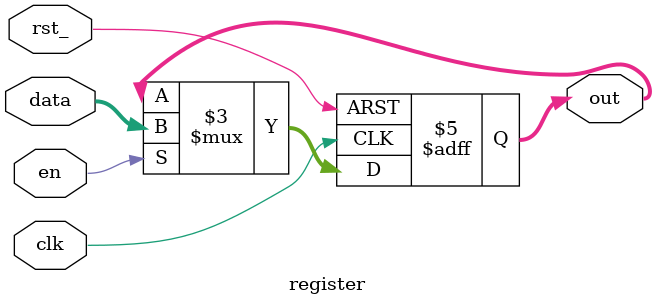
<source format=sv>
`timescale 1ns/100ps

module register #(parameter DATA_WIDTH=8) (
    input   logic   clk,
    input   logic   rst_,
    input   logic   en,
    input   logic   [DATA_WIDTH-1:0]  data,
    output  logic   [DATA_WIDTH-1:0]  out
);

always_ff @(posedge clk, negedge rst_) begin
    if (rst_) begin
        if(en)
			out = data;
    end
    else
        out = 'b0;
end

endmodule

</source>
